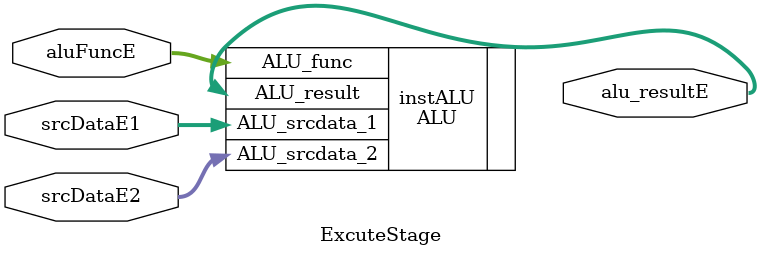
<source format=v>
module ExcuteStage(
    input   [1:0]           aluFuncE,
    input   [15:0]          srcDataE1, srcDataE2,
    output  [15:0]          alu_resultE
);

ALU     instALU(
    .ALU_func(aluFuncE),
    .ALU_srcdata_1(srcDataE1),
    .ALU_srcdata_2(srcDataE2),
    .ALU_result(alu_resultE)
);

endmodule
</source>
